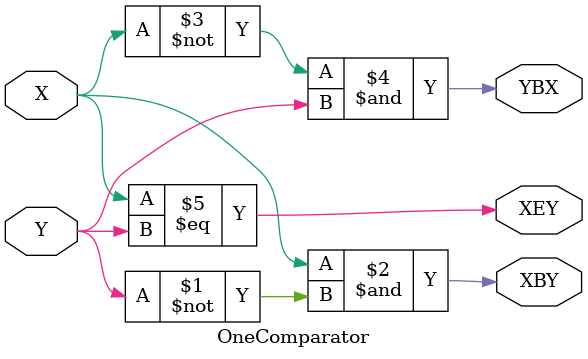
<source format=v>
`timescale 1ns / 1ps

module EightComparator(
    input [7:0] X,
    input [7:0] Y,
    output reg XBY,  // X > Y
    output reg YBX,  // Y > X
    output reg XEY   // X == Y
    );

    always @(*) begin
        // Initialize outputs
        XBY = 0;
        YBX = 0;
        XEY = 1;

        // Compare each bit starting from MSB
        if (X[7] > Y[7]) begin
            XBY = 1;
            YBX = 0;
            XEY = 0;
        end else if (X[7] < Y[7]) begin
            XBY = 0;
            YBX = 1;
            XEY = 0;
        end else if (X[6] > Y[6]) begin
            XBY = 1;
            YBX = 0;
            XEY = 0;
        end else if (X[6] < Y[6]) begin
            XBY = 0;
            YBX = 1;
            XEY = 0;
        end
        // Continue similarly for bits 5 to 0
        // ...
        else begin
            XBY = 0;
            YBX = 0;
            XEY = 1;
        end
    end
    
    
endmodule 

module OneComparator(
    input X,
    input Y,
    output XBY,  // X > Y for this bit
    output YBX,  // Y > X for this bit
    output XEY   // X == Y for this bit
    );
    
    assign XBY = (X & ~Y);
    assign YBX = (~X & Y);
    assign XEY = (X == Y);
    
endmodule

</source>
